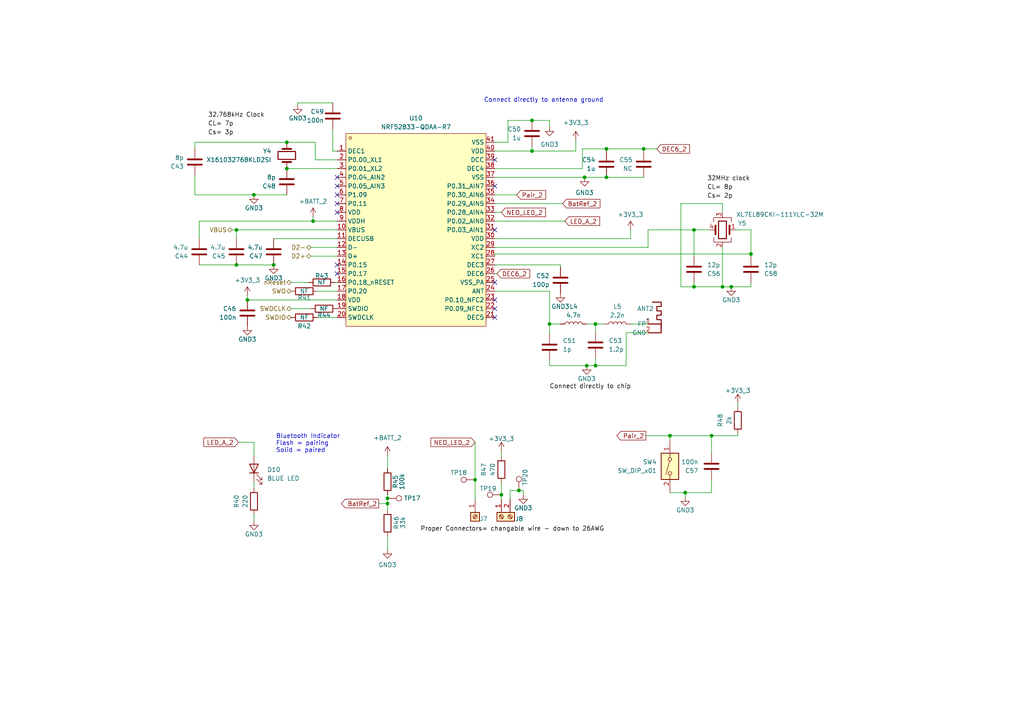
<source format=kicad_sch>
(kicad_sch (version 20230121) (generator eeschema)
  (paper "A4")
  (title_block (title "BLEEarrings (Blade Runner)") (date "2023-10-30") (rev "00.00") (company "Kitty and Dom"))
  (lib_symbols
    (symbol "Connector:Screw_Terminal_01x01" (pin_names (offset 1.016) hide)
      (property "Reference" "J" (at 0 2.54 0))
      (property "Value" "Screw_Terminal_01x01" (at 0 -2.54 0))
      (symbol "Screw_Terminal_01x01_1_1"
        (rectangle (start -1.27 1.27) (end 1.27 -1.27) (stroke (width 0.254)) (fill (type background)))
        (polyline (pts (xy -0.5334 0.3302) (xy 0.3302 -0.508)) (stroke (width 0.1524)))
        (polyline (pts (xy -0.3556 0.508) (xy 0.508 -0.3302)) (stroke (width 0.1524)))
        (circle (center 0 0) (radius 0.635) (stroke (width 0.1524)))
        (pin passive line (at -5.08 0 0) (length 3.81) (name "Pin_1") (number "1"))
      )
    )
    (symbol "Connector:Screw_Terminal_01x02" (pin_names (offset 1.016) hide)
      (property "Reference" "J" (at 0 2.54 0))
      (property "Value" "Screw_Terminal_01x02" (at 0 -5.08 0))
      (symbol "Screw_Terminal_01x02_1_1"
        (rectangle (start -1.27 1.27) (end 1.27 -3.81) (stroke (width 0.254)) (fill (type background)))
        (circle (center 0 -2.54) (radius 0.635) (stroke (width 0.1524)))
        (polyline (pts (xy -0.5334 -2.2098) (xy 0.3302 -3.048)) (stroke (width 0.1524)))
        (polyline (pts (xy -0.5334 0.3302) (xy 0.3302 -0.508)) (stroke (width 0.1524)))
        (polyline (pts (xy -0.3556 -2.032) (xy 0.508 -2.8702)) (stroke (width 0.1524)))
        (polyline (pts (xy -0.3556 0.508) (xy 0.508 -0.3302)) (stroke (width 0.1524)))
        (circle (center 0 0) (radius 0.635) (stroke (width 0.1524)))
        (pin passive line (at -5.08 0 0) (length 3.81) (name "Pin_1") (number "1"))
        (pin passive line (at -5.08 -2.54 0) (length 3.81) (name "Pin_2") (number "2"))
      )
    )
    (symbol "Connector:TestPoint" (pin_numbers hide) (pin_names (offset 0.762) hide)
      (property "Reference" "TP" (at 0 6.858 0))
      (property "Value" "TestPoint" (at 0 5.08 0))
      (symbol "TestPoint_0_1"
        (circle (center 0 3.302) (radius 0.762))
      )
      (symbol "TestPoint_1_1"
        (pin passive line (at 0 0 90) (length 2.54) (name "1") (number "1"))
      )
    )
    (symbol "CustomPWR:+3V3_3" (power) (pin_names (offset 0))
      (property "Value" "+3V3_3" (at 0 3.556 0))
      (symbol "+3V3_3_0_1"
        (polyline (pts (xy -0.762 1.27) (xy 0 2.54)))
        (polyline (pts (xy 0 0) (xy 0 2.54)))
        (polyline (pts (xy 0 2.54) (xy 0.762 1.27)))
      )
      (symbol "+3V3_3_1_1"
        (pin power_in line (at 0 0 90) (length 0) hide (name "+3V3_3") (number "1"))
      )
    )
    (symbol "CustomPWR:+BATT_2" (power) (pin_names (offset 0))
      (property "Value" "+BATT_2" (at 0 3.556 0))
      (symbol "+BATT_2_0_1"
        (polyline (pts (xy -0.762 1.27) (xy 0 2.54)))
        (polyline (pts (xy 0 0) (xy 0 2.54)))
        (polyline (pts (xy 0 2.54) (xy 0.762 1.27)))
      )
      (symbol "+BATT_2_1_1"
        (pin power_in line (at 0 0 90) (length 0) hide (name "+BATT_2") (number "1"))
      )
    )
    (symbol "CustomPads:2.4GHz,_50Ohm_Antenna"
      (property "Reference" "ANT" (at 0 2.286 0))
      (symbol "2.4GHz,_50Ohm_Antenna_1_1"
        (polyline (pts (xy 0 -3.81) (xy 3.81 -3.81) (xy 3.81 -1.27) (xy 0 -1.27)) (stroke (width 0.3)))
        (polyline (pts (xy 1.27 5.08) (xy 3.81 5.08) (xy 3.81 3.81) (xy 2.54 3.81) (xy 2.54 2.54) (xy 3.81 2.54) (xy 3.81 1.27) (xy 2.54 1.27) (xy 2.54 0) (xy 3.81 0) (xy 3.81 -2.54)) (stroke (width 0.3)))
        (pin input line (at 0 -1.27 180) (length 0) (name "FP") (number "1"))
        (pin input line (at 0 -3.81 180) (length 0) (name "GND") (number "2"))
      )
    )
    (symbol "Device:C" (pin_numbers hide) (pin_names (offset 0.254))
      (property "Reference" "C" (at 0.635 2.54 0))
      (property "Value" "C" (at 0.635 -2.54 0))
      (symbol "C_0_1"
        (polyline (pts (xy -2.032 -0.762) (xy 2.032 -0.762)) (stroke (width 0.508)))
        (polyline (pts (xy -2.032 0.762) (xy 2.032 0.762)) (stroke (width 0.508)))
      )
      (symbol "C_1_1"
        (pin passive line (at 0 3.81 270) (length 2.794) (name "~") (number "1"))
        (pin passive line (at 0 -3.81 90) (length 2.794) (name "~") (number "2"))
      )
    )
    (symbol "Device:Crystal" (pin_numbers hide) (pin_names (offset 1.016) hide)
      (property "Reference" "Y" (at 0 3.81 0))
      (property "Value" "Crystal" (at 0 -3.81 0))
      (symbol "Crystal_0_1"
        (rectangle (start -1.143 2.54) (end 1.143 -2.54) (stroke (width 0.3048)))
        (polyline (pts (xy -2.54 0) (xy -1.905 0)))
        (polyline (pts (xy -1.905 -1.27) (xy -1.905 1.27)) (stroke (width 0.508)))
        (polyline (pts (xy 1.905 -1.27) (xy 1.905 1.27)) (stroke (width 0.508)))
        (polyline (pts (xy 2.54 0) (xy 1.905 0)))
      )
      (symbol "Crystal_1_1"
        (pin passive line (at -3.81 0 0) (length 1.27) (name "1") (number "1"))
        (pin passive line (at 3.81 0 180) (length 1.27) (name "2") (number "2"))
      )
    )
    (symbol "Device:Crystal_GND23" (pin_names (offset 1.016) hide)
      (property "Reference" "Y" (at 3.175 5.08 0))
      (property "Value" "Crystal_GND23" (at 3.175 3.175 0))
      (symbol "Crystal_GND23_0_1"
        (rectangle (start -1.143 2.54) (end 1.143 -2.54) (stroke (width 0.3048)))
        (polyline (pts (xy -2.54 0) (xy -2.032 0)))
        (polyline (pts (xy -2.032 -1.27) (xy -2.032 1.27)) (stroke (width 0.508)))
        (polyline (pts (xy 0 -3.81) (xy 0 -3.556)))
        (polyline (pts (xy 0 3.556) (xy 0 3.81)))
        (polyline (pts (xy 2.032 -1.27) (xy 2.032 1.27)) (stroke (width 0.508)))
        (polyline (pts (xy 2.032 0) (xy 2.54 0)))
        (polyline (pts (xy -2.54 -2.286) (xy -2.54 -3.556) (xy 2.54 -3.556) (xy 2.54 -2.286)))
        (polyline (pts (xy -2.54 2.286) (xy -2.54 3.556) (xy 2.54 3.556) (xy 2.54 2.286)))
      )
      (symbol "Crystal_GND23_1_1"
        (pin passive line (at -3.81 0 0) (length 1.27) (name "1") (number "1"))
        (pin passive line (at 0 5.08 270) (length 1.27) (name "2") (number "2"))
        (pin passive line (at 0 -5.08 90) (length 1.27) (name "3") (number "3"))
        (pin passive line (at 3.81 0 180) (length 1.27) (name "4") (number "4"))
      )
    )
    (symbol "Device:L" (pin_numbers hide) (pin_names (offset 1.016) hide)
      (property "Reference" "L" (at -1.27 0 90))
      (property "Value" "L" (at 1.905 0 90))
      (symbol "L_0_1"
        (arc (start 0 -2.54) (mid 0.6323 -1.905) (end 0 -1.27))
        (arc (start 0 -1.27) (mid 0.6323 -0.635) (end 0 0))
        (arc (start 0 0) (mid 0.6323 0.635) (end 0 1.27))
        (arc (start 0 1.27) (mid 0.6323 1.905) (end 0 2.54))
      )
      (symbol "L_1_1"
        (pin passive line (at 0 3.81 270) (length 1.27) (name "1") (number "1"))
        (pin passive line (at 0 -3.81 90) (length 1.27) (name "2") (number "2"))
      )
    )
    (symbol "Device:LED" (pin_numbers hide) (pin_names (offset 1.016) hide)
      (property "Reference" "D" (at 0 2.54 0))
      (property "Value" "LED" (at 0 -2.54 0))
      (symbol "LED_0_1"
        (polyline (pts (xy -1.27 -1.27) (xy -1.27 1.27)) (stroke (width 0.254)))
        (polyline (pts (xy -1.27 0) (xy 1.27 0)))
        (polyline (pts (xy 1.27 -1.27) (xy 1.27 1.27) (xy -1.27 0) (xy 1.27 -1.27)) (stroke (width 0.254)))
        (polyline (pts (xy -3.048 -0.762) (xy -4.572 -2.286) (xy -3.81 -2.286) (xy -4.572 -2.286) (xy -4.572 -1.524)))
        (polyline (pts (xy -1.778 -0.762) (xy -3.302 -2.286) (xy -2.54 -2.286) (xy -3.302 -2.286) (xy -3.302 -1.524)))
      )
      (symbol "LED_1_1"
        (pin passive line (at -3.81 0 0) (length 2.54) (name "K") (number "1"))
        (pin passive line (at 3.81 0 180) (length 2.54) (name "A") (number "2"))
      )
    )
    (symbol "Device:R" (pin_numbers hide) (pin_names (offset 0))
      (property "Reference" "R" (at 2.032 0 90))
      (property "Value" "R" (at 0 0 90))
      (symbol "R_0_1"
        (rectangle (start -1.016 -2.54) (end 1.016 2.54) (stroke (width 0.254)))
      )
      (symbol "R_1_1"
        (pin passive line (at 0 3.81 270) (length 1.27) (name "~") (number "1"))
        (pin passive line (at 0 -3.81 90) (length 1.27) (name "~") (number "2"))
      )
    )
    (symbol "Switch:SW_DIP_x01" (pin_names (offset 0) hide)
      (property "Reference" "SW" (at 0 3.81 0))
      (property "Value" "SW_DIP_x01" (at 0 -3.81 0))
      (symbol "SW_DIP_x01_0_0"
        (circle (center -2.032 0) (radius 0.508))
        (polyline (pts (xy -1.524 0.127) (xy 2.3622 1.1684)))
        (circle (center 2.032 0) (radius 0.508))
      )
      (symbol "SW_DIP_x01_0_1"
        (rectangle (start -3.81 2.54) (end 3.81 -2.54) (stroke (width 0.254)) (fill (type background)))
      )
      (symbol "SW_DIP_x01_1_1"
        (pin passive line (at -7.62 0 0) (length 5.08) (name "~") (number "1"))
        (pin passive line (at 7.62 0 180) (length 5.08) (name "~") (number "2"))
      )
    )
    (symbol "easyeda2kicad:NRF52833-QDAA-R7"
      (property "Reference" "U" (at 0 30.48 0))
      (property "Value" "NRF52833-QDAA-R7" (at 0 -30.48 0))
      (symbol "NRF52833-QDAA-R7_0_1"
        (rectangle (start -20.32 27.94) (end 20.32 -27.94) (fill (type background)))
        (circle (center -19.05 26.67) (radius 0.38))
        (pin unspecified line (at -22.86 22.86 0) (length 2.54) (name "DEC1") (number "1"))
        (pin unspecified line (at -22.86 0 0) (length 2.54) (name "VBUS") (number "10"))
        (pin unspecified line (at -22.86 -2.54 0) (length 2.54) (name "DECUSB") (number "11"))
        (pin unspecified line (at -22.86 -5.08 0) (length 2.54) (name "D-") (number "12"))
        (pin unspecified line (at -22.86 -7.62 0) (length 2.54) (name "D+") (number "13"))
        (pin unspecified line (at -22.86 -10.16 0) (length 2.54) (name "P0.15") (number "14"))
        (pin unspecified line (at -22.86 -12.7 0) (length 2.54) (name "P0.17") (number "15"))
        (pin unspecified line (at -22.86 -15.24 0) (length 2.54) (name "P0.18_nRESET") (number "16"))
        (pin unspecified line (at -22.86 -17.78 0) (length 2.54) (name "P0.20") (number "17"))
        (pin unspecified line (at -22.86 -20.32 0) (length 2.54) (name "VDD") (number "18"))
        (pin unspecified line (at -22.86 -22.86 0) (length 2.54) (name "SWDIO") (number "19"))
        (pin unspecified line (at -22.86 20.32 0) (length 2.54) (name "P0.00_XL1") (number "2"))
        (pin unspecified line (at -22.86 -25.4 0) (length 2.54) (name "SWDCLK") (number "20"))
        (pin unspecified line (at 22.86 -25.4 180) (length 2.54) (name "DEC5") (number "21"))
        (pin unspecified line (at 22.86 -22.86 180) (length 2.54) (name "P0.09_NFC1") (number "22"))
        (pin unspecified line (at 22.86 -20.32 180) (length 2.54) (name "P0.10_NFC2") (number "23"))
        (pin unspecified line (at 22.86 -17.78 180) (length 2.54) (name "ANT") (number "24"))
        (pin unspecified line (at 22.86 -15.24 180) (length 2.54) (name "VSS_PA") (number "25"))
        (pin unspecified line (at 22.86 -12.7 180) (length 2.54) (name "DEC6") (number "26"))
        (pin unspecified line (at 22.86 -10.16 180) (length 2.54) (name "DEC3") (number "27"))
        (pin unspecified line (at 22.86 -7.62 180) (length 2.54) (name "XC1") (number "28"))
        (pin unspecified line (at 22.86 -5.08 180) (length 2.54) (name "XC2") (number "29"))
        (pin unspecified line (at -22.86 17.78 0) (length 2.54) (name "P0.01_XL2") (number "3"))
        (pin unspecified line (at 22.86 -2.54 180) (length 2.54) (name "VDD") (number "30"))
        (pin unspecified line (at 22.86 0 180) (length 2.54) (name "P0.03_AIN1") (number "31"))
        (pin unspecified line (at 22.86 2.54 180) (length 2.54) (name "P0.02_AIN0") (number "32"))
        (pin unspecified line (at 22.86 5.08 180) (length 2.54) (name "P0.28_AIN4") (number "33"))
        (pin unspecified line (at 22.86 7.62 180) (length 2.54) (name "P0.29_AIN5") (number "34"))
        (pin unspecified line (at 22.86 10.16 180) (length 2.54) (name "P0.30_AIN6") (number "35"))
        (pin unspecified line (at 22.86 12.7 180) (length 2.54) (name "P0.31_AIN7") (number "36"))
        (pin unspecified line (at 22.86 15.24 180) (length 2.54) (name "VSS") (number "37"))
        (pin unspecified line (at 22.86 17.78 180) (length 2.54) (name "DEC4") (number "38"))
        (pin unspecified line (at 22.86 20.32 180) (length 2.54) (name "DCC") (number "39"))
        (pin unspecified line (at -22.86 15.24 0) (length 2.54) (name "P0.04_AIN2") (number "4"))
        (pin unspecified line (at 22.86 22.86 180) (length 2.54) (name "VDD") (number "40"))
        (pin unspecified line (at 22.86 25.4 180) (length 2.54) (name "VSS") (number "41"))
        (pin unspecified line (at -22.86 12.7 0) (length 2.54) (name "P0.05_AIN3") (number "5"))
        (pin unspecified line (at -22.86 10.16 0) (length 2.54) (name "P1.09") (number "6"))
        (pin unspecified line (at -22.86 7.62 0) (length 2.54) (name "P0.11") (number "7"))
        (pin unspecified line (at -22.86 5.08 0) (length 2.54) (name "VDD") (number "8"))
        (pin unspecified line (at -22.86 2.54 0) (length 2.54) (name "VDDH") (number "9"))
      )
    )
    (symbol "power:GND3" (power) (pin_names (offset 0))
      (property "Value" "GND3" (at 0 -3.81 0))
      (symbol "GND3_0_1"
        (polyline (pts (xy 0 0) (xy 0 -1.27) (xy 1.27 -1.27) (xy 0 -2.54) (xy -1.27 -1.27) (xy 0 -1.27)))
      )
      (symbol "GND3_1_1"
        (pin power_in line (at 0 0 270) (length 0) hide (name "GND3") (number "1"))
      )
    )
  )
  (junction (at 83.185 41.275))
  (junction (at 186.69 43.18))
  (junction (at 172.72 93.98))
  (junction (at 73.66 56.515))
  (junction (at 172.72 106.045))
  (junction (at 212.09 83.185))
  (junction (at 154.305 34.925))
  (junction (at 217.805 73.66))
  (junction (at 71.755 86.995))
  (junction (at 68.58 76.835))
  (junction (at 112.395 144.526))
  (junction (at 150.495 142.2654))
  (junction (at 175.895 51.435))
  (junction (at 206.375 126.365))
  (junction (at 209.55 83.185))
  (junction (at 175.895 43.18))
  (junction (at 90.805 64.135))
  (junction (at 194.31 126.365))
  (junction (at 198.755 142.875))
  (junction (at 137.795 139.1412))
  (junction (at 112.395 146.05))
  (junction (at 154.305 43.815))
  (junction (at 159.385 93.98))
  (junction (at 169.545 51.435))
  (junction (at 170.18 106.045))
  (junction (at 201.295 66.675))
  (junction (at 145.415 143.51))
  (junction (at 79.375 76.835))
  (junction (at 83.185 48.895))
  (junction (at 68.58 66.675))
  (junction (at 201.295 83.185))
  (no_connect (at 97.79 53.975))
  (no_connect (at 97.79 76.835))
  (no_connect (at 143.51 89.535))
  (no_connect (at 97.79 61.595))
  (no_connect (at 97.79 59.055))
  (no_connect (at 143.51 86.995))
  (no_connect (at 143.51 66.675))
  (no_connect (at 143.51 53.975))
  (no_connect (at 97.79 79.375))
  (no_connect (at 97.79 56.515))
  (no_connect (at 143.51 92.075))
  (no_connect (at 97.79 51.435))
  (no_connect (at 143.51 46.355))
  (no_connect (at 143.51 81.915))
  (wire (pts (xy 213.36 66.675) (xy 217.805 66.675)))
  (wire (pts (xy 84.455 81.915) (xy 89.535 81.915)))
  (wire (pts (xy 90.17 74.295) (xy 97.79 74.295)))
  (wire (pts (xy 201.295 66.675) (xy 201.295 74.295)))
  (wire (pts (xy 172.72 93.98) (xy 175.26 93.98)))
  (wire (pts (xy 217.805 73.66) (xy 217.805 66.675)))
  (wire (pts (xy 154.305 43.815) (xy 154.305 42.545)))
  (wire (pts (xy 92.075 84.455) (xy 97.79 84.455)))
  (wire (pts (xy 143.51 79.375) (xy 144.145 79.375)))
  (wire (pts (xy 175.895 43.18) (xy 186.69 43.18)))
  (wire (pts (xy 145.415 61.595) (xy 143.51 61.595)))
  (wire (pts (xy 56.515 41.275) (xy 56.515 43.18)))
  (wire (pts (xy 182.88 66.675) (xy 182.88 69.215)))
  (wire (pts (xy 84.455 89.535) (xy 90.17 89.535)))
  (wire (pts (xy 154.305 34.925) (xy 147.32 34.925)))
  (wire (pts (xy 159.385 106.045) (xy 170.18 106.045)))
  (wire (pts (xy 96.52 43.815) (xy 97.79 43.815)))
  (wire (pts (xy 213.995 125.73) (xy 213.995 126.365)))
  (wire (pts (xy 182.88 93.98) (xy 187.96 93.98)))
  (wire (pts (xy 91.44 41.275) (xy 83.185 41.275)))
  (wire (pts (xy 97.79 66.675) (xy 68.58 66.675)))
  (wire (pts (xy 186.69 43.18) (xy 190.5 43.18)))
  (wire (pts (xy 91.44 41.275) (xy 91.44 46.355)))
  (wire (pts (xy 162.56 76.835) (xy 162.56 77.47)))
  (wire (pts (xy 57.785 64.135) (xy 90.805 64.135)))
  (wire (pts (xy 206.375 142.875) (xy 198.755 142.875)))
  (wire (pts (xy 112.395 144.526) (xy 112.395 146.05)))
  (wire (pts (xy 79.375 69.215) (xy 97.79 69.215)))
  (wire (pts (xy 187.325 126.365) (xy 194.31 126.365)))
  (wire (pts (xy 162.56 76.835) (xy 143.51 76.835)))
  (wire (pts (xy 71.755 86.995) (xy 71.755 85.725)))
  (wire (pts (xy 206.375 139.065) (xy 206.375 142.875)))
  (wire (pts (xy 112.395 143.51) (xy 112.395 144.526)))
  (wire (pts (xy 159.385 34.925) (xy 154.305 34.925)))
  (wire (pts (xy 145.415 130.81) (xy 145.415 132.3848)))
  (wire (pts (xy 57.785 69.215) (xy 57.785 64.135)))
  (wire (pts (xy 217.805 83.185) (xy 217.805 81.915)))
  (wire (pts (xy 167.005 40.64) (xy 167.005 43.815)))
  (wire (pts (xy 197.485 83.185) (xy 201.295 83.185)))
  (wire (pts (xy 212.09 83.185) (xy 217.805 83.185)))
  (wire (pts (xy 56.515 41.275) (xy 83.185 41.275)))
  (wire (pts (xy 90.805 62.865) (xy 90.805 64.135)))
  (wire (pts (xy 212.09 83.185) (xy 209.55 83.185)))
  (wire (pts (xy 137.795 139.1412) (xy 137.795 144.8054)))
  (wire (pts (xy 73.66 139.7) (xy 73.66 141.605)))
  (wire (pts (xy 198.755 142.875) (xy 198.755 144.145)))
  (wire (pts (xy 159.385 36.83) (xy 159.385 34.925)))
  (wire (pts (xy 167.005 43.815) (xy 154.305 43.815)))
  (wire (pts (xy 213.995 116.84) (xy 213.995 118.11)))
  (wire (pts (xy 112.395 132.08) (xy 112.395 135.89)))
  (wire (pts (xy 83.185 56.515) (xy 73.66 56.515)))
  (wire (pts (xy 197.485 59.055) (xy 197.485 83.185)))
  (wire (pts (xy 181.61 96.52) (xy 187.96 96.52)))
  (wire (pts (xy 57.785 76.835) (xy 68.58 76.835)))
  (wire (pts (xy 109.855 146.05) (xy 112.395 146.05)))
  (wire (pts (xy 159.385 84.455) (xy 159.385 93.98)))
  (wire (pts (xy 209.55 59.055) (xy 197.485 59.055)))
  (wire (pts (xy 143.51 56.515) (xy 149.86 56.515)))
  (wire (pts (xy 143.51 51.435) (xy 169.545 51.435)))
  (wire (pts (xy 69.215 128.27) (xy 73.66 128.27)))
  (wire (pts (xy 175.895 43.815) (xy 175.895 43.18)))
  (wire (pts (xy 187.96 66.675) (xy 187.96 71.755)))
  (wire (pts (xy 169.545 51.435) (xy 175.895 51.435)))
  (wire (pts (xy 198.755 142.875) (xy 194.31 142.875)))
  (wire (pts (xy 145.415 143.51) (xy 145.415 144.8054)))
  (wire (pts (xy 90.805 64.135) (xy 97.79 64.135)))
  (wire (pts (xy 209.55 71.755) (xy 209.55 83.185)))
  (wire (pts (xy 159.385 93.98) (xy 162.56 93.98)))
  (wire (pts (xy 159.385 93.98) (xy 159.385 96.901)))
  (wire (pts (xy 83.185 48.895) (xy 97.79 48.895)))
  (wire (pts (xy 86.36 29.845) (xy 96.52 29.845)))
  (wire (pts (xy 186.69 43.18) (xy 186.69 43.815)))
  (wire (pts (xy 67.31 66.675) (xy 68.58 66.675)))
  (wire (pts (xy 170.18 106.045) (xy 172.72 106.045)))
  (wire (pts (xy 187.96 71.755) (xy 143.51 71.755)))
  (wire (pts (xy 187.96 66.675) (xy 201.295 66.675)))
  (wire (pts (xy 143.51 84.455) (xy 159.385 84.455)))
  (wire (pts (xy 175.895 51.435) (xy 186.69 51.435)))
  (wire (pts (xy 71.755 86.995) (xy 97.79 86.995)))
  (wire (pts (xy 217.805 73.66) (xy 217.805 74.295)))
  (wire (pts (xy 143.51 73.66) (xy 217.805 73.66)))
  (wire (pts (xy 206.375 126.365) (xy 213.995 126.365)))
  (wire (pts (xy 201.295 81.915) (xy 201.295 83.185)))
  (wire (pts (xy 91.44 46.355) (xy 97.79 46.355)))
  (wire (pts (xy 143.51 48.895) (xy 168.91 48.895)))
  (wire (pts (xy 168.91 43.18) (xy 168.91 48.895)))
  (wire (pts (xy 68.58 66.675) (xy 68.58 69.215)))
  (wire (pts (xy 143.51 43.815) (xy 154.305 43.815)))
  (wire (pts (xy 145.415 140.0048) (xy 145.415 143.51)))
  (wire (pts (xy 73.66 149.225) (xy 73.66 151.13)))
  (wire (pts (xy 56.515 56.515) (xy 56.515 50.8)))
  (wire (pts (xy 172.72 93.98) (xy 172.72 96.266)))
  (wire (pts (xy 143.51 59.055) (xy 163.195 59.055)))
  (wire (pts (xy 147.32 34.925) (xy 147.32 41.275)))
  (wire (pts (xy 194.31 127.635) (xy 194.31 126.365)))
  (wire (pts (xy 150.495 142.2654) (xy 151.765 142.2654)))
  (wire (pts (xy 68.58 76.835) (xy 79.375 76.835)))
  (wire (pts (xy 147.955 144.8054) (xy 147.955 142.2654)))
  (wire (pts (xy 96.52 43.815) (xy 96.52 37.465)))
  (wire (pts (xy 97.155 81.915) (xy 97.79 81.915)))
  (wire (pts (xy 112.395 155.575) (xy 112.395 159.385)))
  (wire (pts (xy 147.955 142.2654) (xy 150.495 142.2654)))
  (wire (pts (xy 172.72 103.886) (xy 172.72 106.045)))
  (wire (pts (xy 137.795 128.2954) (xy 137.795 139.1412)))
  (wire (pts (xy 206.375 131.445) (xy 206.375 126.365)))
  (wire (pts (xy 73.66 128.27) (xy 73.66 132.08)))
  (wire (pts (xy 201.295 83.185) (xy 209.55 83.185)))
  (wire (pts (xy 201.295 66.675) (xy 205.74 66.675)))
  (wire (pts (xy 181.61 106.045) (xy 172.72 106.045)))
  (wire (pts (xy 209.55 61.595) (xy 209.55 59.055)))
  (wire (pts (xy 170.18 93.98) (xy 172.72 93.98)))
  (wire (pts (xy 90.17 71.755) (xy 97.79 71.755)))
  (wire (pts (xy 159.385 104.521) (xy 159.385 106.045)))
  (wire (pts (xy 143.51 73.66) (xy 143.51 74.295)))
  (wire (pts (xy 151.765 142.2654) (xy 151.765 143.5354)))
  (wire (pts (xy 92.075 92.075) (xy 97.79 92.075)))
  (wire (pts (xy 163.83 64.135) (xy 143.51 64.135)))
  (wire (pts (xy 175.895 43.18) (xy 168.91 43.18)))
  (wire (pts (xy 194.31 126.365) (xy 206.375 126.365)))
  (wire (pts (xy 143.51 69.215) (xy 182.88 69.215)))
  (wire (pts (xy 112.395 146.05) (xy 112.395 147.955)))
  (wire (pts (xy 86.36 30.48) (xy 86.36 29.845)))
  (wire (pts (xy 73.66 56.515) (xy 56.515 56.515)))
  (wire (pts (xy 181.61 96.52) (xy 181.61 106.045)))
  (wire (pts (xy 147.32 41.275) (xy 143.51 41.275)))
  (text "Connect directly to antenna ground" (at 140.335 29.845 0) (effects (font (size 1.27 1.27)) (justify left bottom)))
  (text "Bluetooth Indicator\nFlash = pairing\nSolid = paired" (at 80.01 131.445 0) (effects (font (size 1.27 1.27)) (justify left bottom)))
  (label "32MHz clock" (at 205.105 52.705 0))
  (label "Connect directly to chip" (at 159.385 113.03 0))
  (label "Cs= 3p" (at 60.325 39.37 0))
  (label "Cs= 2p" (at 205.105 57.785 0))
  (label "32.768kHz Clock" (at 60.325 34.29 0))
  (label "CL= 8p" (at 205.105 55.245 0))
  (label "CL= 7p" (at 60.325 36.83 0))
  (label "Proper Connectors= changable wire - down to 26AWG" (at 121.92 154.3304 0))
  (global_label "NEO_LED_2" (shape input) (at 137.795 128.2954 180) (property "Intersheetrefs" "${INTERSHEET_REFS}" (effects hide)))
  (global_label "BatRef_2" (shape output) (at 109.855 146.05 180) (property "Intersheetrefs" "${INTERSHEET_REFS}" (effects hide)))
  (global_label "NEO_LED_2" (shape input) (at 145.415 61.595 0) (property "Intersheetrefs" "${INTERSHEET_REFS}" (effects hide)))
  (global_label "LED_A_2" (shape input) (at 69.215 128.27 180) (property "Intersheetrefs" "${INTERSHEET_REFS}" (effects hide)))
  (global_label "DEC6_2" (shape input) (at 144.145 79.375 0) (property "Intersheetrefs" "${INTERSHEET_REFS}" (effects hide)))
  (global_label "DEC6_2" (shape input) (at 190.5 43.18 0) (property "Intersheetrefs" "${INTERSHEET_REFS}" (effects hide)))
  (global_label "LED_A_2" (shape input) (at 163.83 64.135 0) (property "Intersheetrefs" "${INTERSHEET_REFS}" (effects hide)))
  (global_label "Pair_2" (shape input) (at 149.86 56.515 0) (property "Intersheetrefs" "${INTERSHEET_REFS}" (effects hide)))
  (global_label "Pair_2" (shape output) (at 187.325 126.365 180) (property "Intersheetrefs" "${INTERSHEET_REFS}" (effects hide)))
  (global_label "BatRef_2" (shape input) (at 163.195 59.055 0) (property "Intersheetrefs" "${INTERSHEET_REFS}" (effects hide)))
  (hierarchical_label "SWDCLK" (shape bidirectional) (at 84.455 89.535 180))
  (hierarchical_label "SWDIO" (shape bidirectional) (at 84.455 92.075 180))
  (hierarchical_label "D2+" (shape bidirectional) (at 90.17 74.295 180))
  (hierarchical_label "VBUS" (shape bidirectional) (at 67.31 66.675 180))
  (hierarchical_label "nReset" (shape bidirectional) (at 84.455 81.915 180))
  (hierarchical_label "SWO" (shape bidirectional) (at 84.455 84.455 180))
  (hierarchical_label "D2-" (shape bidirectional) (at 90.17 71.755 180))
  (symbol (lib_id "Switch:SW_DIP_x01") (at 194.31 135.255 90) (mirror x) (unit 1)
    (property "Reference" "SW4" (at 190.5 133.985 90) (effects (justify left)))
    (property "Value" "SW_DIP_x01" (at 190.5 136.525 90) (effects (justify left)))
    (property "Footprint" "easyeda2kicad:KEY-SMD_L3.0-W2.5-LS4.0" (effects hide))
    (property "LCSC Part" "C2905194" (effects hide))
    (instances (project "Combine" (path "" (reference "SW4") (unit 1))) (project "BLEEarrings" (path "" (reference "SW2") (unit 1))))
  )
  (symbol (lib_id "Device:C") (at 79.375 73.025 180) (unit 1)
    (property "Reference" "C47" (at 76.2 74.295 0) (effects (justify left)))
    (property "Value" "4.7u" (at 76.2 71.755 0) (effects (justify left)))
    (property "Footprint" "Capacitor_SMD:C_0402_1005Metric_Pad0.74x0.62mm_HandSolder" (effects hide))
    (property "LCSC Part" "C307423" (effects hide))
    (instances (project "Combine" (path "" (reference "C47") (unit 1))) (project "BLEEarrings" (path "" (reference "C9") (unit 1))))
  )
  (symbol (lib_id "CustomPWR:+BATT_2") (at 112.395 132.08 0) (unit 1)
    (property "Reference" "#PWR0148" (effects hide))
    (property "Value" "+BATT_2" (at 112.395 127 0))
    (instances (project "Combine" (path "" (reference "#PWR0148") (unit 1))) (project "BLEEarrings" (path "" (reference "#PWR026") (unit 1))))
  )
  (symbol (lib_id "Device:R") (at 88.265 84.455 270) (unit 1)
    (property "Reference" "R41" (at 88.265 86.36 90))
    (property "Value" "NF" (at 88.265 84.455 90))
    (property "Footprint" "Resistor_SMD:R_0201_0603Metric" (effects hide))
    (property "LCSC Part" "N/A" (effects hide))
    (instances (project "Combine" (path "" (reference "R41") (unit 1))) (project "BLEEarrings" (path "" (reference "R6") (unit 1))))
  )
  (symbol (lib_id "power:GND3") (at 71.755 94.615 0) (unit 1)
    (property "Reference" "#PWR0146" (effects hide))
    (property "Value" "GND3" (at 71.755 98.425 0))
    (instances (project "Combine" (path "" (reference "#PWR0146") (unit 1))) (project "BLEEarrings" (path "" (reference "#PWR?") (unit 1))))
  )
  (symbol (lib_id "Device:C") (at 57.785 73.025 180) (unit 1)
    (property "Reference" "C44" (at 54.61 74.295 0) (effects (justify left)))
    (property "Value" "4.7u" (at 54.61 71.755 0) (effects (justify left)))
    (property "Footprint" "Capacitor_SMD:C_0402_1005Metric_Pad0.74x0.62mm_HandSolder" (effects hide))
    (property "LCSC Part" "C307423" (effects hide))
    (instances (project "Combine" (path "" (reference "C44") (unit 1))) (project "BLEEarrings" (path "" (reference "C12") (unit 1))))
  )
  (symbol (lib_id "Device:R") (at 93.345 81.915 90) (unit 1)
    (property "Reference" "R43" (at 93.345 80.01 90))
    (property "Value" "NF" (at 93.345 81.915 90))
    (property "Footprint" "Resistor_SMD:R_0201_0603Metric" (effects hide))
    (property "LCSC Part" "N/A" (effects hide))
    (instances (project "Combine" (path "" (reference "R43") (unit 1))) (project "BLEEarrings" (path "" (reference "R5") (unit 1))))
  )
  (symbol (lib_id "power:GND3") (at 151.765 143.5354 0) (unit 1)
    (property "Reference" "#PWR0150" (effects hide))
    (property "Value" "GND3" (at 151.765 147.3454 0))
    (instances (project "Combine" (path "" (reference "#PWR0150") (unit 1))) (project "BLEEarrings" (path "" (reference "#PWR?") (unit 1))))
  )
  (symbol (lib_id "power:GND3") (at 112.395 159.385 0) (unit 1)
    (property "Reference" "#PWR0149" (effects hide))
    (property "Value" "GND3" (at 112.395 163.83 0))
    (instances (project "Combine" (path "" (reference "#PWR0149") (unit 1))) (project "BLEEarrings" (path "" (reference "#PWR?") (unit 1))))
  )
  (symbol (lib_id "CustomPWR:+3V3_3") (at 213.995 116.84 0) (unit 1)
    (property "Reference" "#PWR0147" (effects hide))
    (property "Value" "+3V3_3" (at 213.995 113.284 0))
    (instances (project "Combine" (path "" (reference "#PWR0147") (unit 1))) (project "BLEEarrings" (path "" (reference "#PWR014") (unit 1))))
  )
  (symbol (lib_id "Device:R") (at 145.415 136.1948 180) (unit 1)
    (property "Reference" "R47" (at 140.335 136.1948 90))
    (property "Value" "470" (at 142.875 136.1948 90))
    (property "Footprint" "Resistor_SMD:R_0402_1005Metric_Pad0.72x0.64mm_HandSolder" (effects hide))
    (property "LCSC Part" "C114949 " (effects hide))
    (instances (project "Combine" (path "" (reference "R47") (unit 1))) (project "BLEEarrings" (path "" (reference "R9") (unit 1))))
  )
  (symbol (lib_id "Device:C") (at 68.58 73.025 180) (unit 1)
    (property "Reference" "C45" (at 65.405 74.295 0) (effects (justify left)))
    (property "Value" "4.7u" (at 65.405 71.755 0) (effects (justify left)))
    (property "Footprint" "Capacitor_SMD:C_0402_1005Metric_Pad0.74x0.62mm_HandSolder" (effects hide))
    (property "LCSC Part" "C307423" (effects hide))
    (instances (project "Combine" (path "" (reference "C45") (unit 1))) (project "BLEEarrings" (path "" (reference "C10") (unit 1))))
  )
  (symbol (lib_id "Connector:Screw_Terminal_01x02") (at 145.415 149.8854 90) (mirror x) (unit 1)
    (property "Reference" "J8" (at 151.765 150.495 90) (effects (justify left)))
    (property "Value" "Screw_Terminal_01x02" (effects hide))
    (property "Footprint" "easyeda2kicad:CONN-SMD_2059-302" (effects hide))
    (property "LCSC Part" "C2765060" (effects hide))
    (instances (project "Combine" (path "" (reference "J8") (unit 1))) (project "BLEEarrings" (path "" (reference "J2") (unit 1))))
  )
  (symbol (lib_id "power:GND3") (at 170.18 106.045 0) (unit 1)
    (property "Reference" "#PWR0139" (effects hide))
    (property "Value" "GND3" (at 170.18 109.855 0))
    (instances (project "Combine" (path "" (reference "#PWR0139") (unit 1))) (project "BLEEarrings" (path "" (reference "#PWR?") (unit 1))))
  )
  (symbol (lib_id "Device:C") (at 71.755 90.805 0) (unit 1)
    (property "Reference" "C46" (at 68.58 89.535 0) (effects (justify right)))
    (property "Value" "100n" (at 68.58 92.075 0) (effects (justify right)))
    (property "Footprint" "Capacitor_SMD:C_0402_1005Metric_Pad0.74x0.62mm_HandSolder" (effects hide))
    (property "LCSC Part" "C60474" (effects hide))
    (instances (project "Combine" (path "" (reference "C46") (unit 1))) (project "BLEEarrings" (path "" (reference "C6") (unit 1))))
  )
  (symbol (lib_id "power:GND3") (at 79.375 76.835 0) (unit 1)
    (property "Reference" "#PWR0133" (effects hide))
    (property "Value" "GND3" (at 79.375 80.645 0))
    (instances (project "Combine" (path "" (reference "#PWR0133") (unit 1))) (project "BLEEarrings" (path "" (reference "#PWR?") (unit 1))))
  )
  (symbol (lib_id "power:GND3") (at 198.755 144.145 0) (unit 1)
    (property "Reference" "#PWR0141" (effects hide))
    (property "Value" "GND3" (at 198.755 147.955 0))
    (instances (project "Combine" (path "" (reference "#PWR0141") (unit 1))) (project "BLEEarrings" (path "" (reference "#PWR?") (unit 1))))
  )
  (symbol (lib_id "Device:L") (at 179.07 93.98 90) (unit 1)
    (property "Reference" "L5" (at 179.07 88.9 90))
    (property "Value" "2.2n" (at 179.07 91.44 90))
    (property "Footprint" "Inductor_SMD:L_0402_1005Metric_Pad0.77x0.64mm_HandSolder" (effects hide))
    (property "LCSC Part" "C395061 " (effects hide))
    (instances (project "Combine" (path "" (reference "L5") (unit 1))) (project "BLEEarrings" (path "" (reference "L2") (unit 1))))
  )
  (symbol (lib_id "power:GND3") (at 169.545 51.435 0) (unit 1)
    (property "Reference" "#PWR0136" (effects hide))
    (property "Value" "GND3" (at 169.545 55.88 0))
    (instances (project "Combine" (path "" (reference "#PWR0136") (unit 1))) (project "BLEEarrings" (path "" (reference "#PWR?") (unit 1))))
  )
  (symbol (lib_id "power:GND3") (at 212.09 83.185 0) (mirror y) (unit 1)
    (property "Reference" "#PWR0142" (effects hide))
    (property "Value" "GND3" (at 212.09 86.995 0))
    (instances (project "Combine" (path "" (reference "#PWR0142") (unit 1))) (project "BLEEarrings" (path "" (reference "#PWR?") (unit 1))))
  )
  (symbol (lib_id "CustomPads:2.4GHz,_50Ohm_Antenna") (at 187.96 92.71 0) (unit 1)
    (property "Reference" "ANT2" (at 184.785 89.535 0) (effects (justify left)))
    (property "Value" "~" (at 187.96 92.71 0))
    (property "Footprint" "RF_Antenna:Texas_SWRA117D_2.4GHz_Left" (effects hide))
    (property "LCSC Part" "N/A" (effects hide))
    (instances (project "Combine" (path "" (reference "ANT2") (unit 1))) (project "BLEEarrings" (path "" (reference "ANT1") (unit 1))))
  )
  (symbol (lib_id "CustomPWR:+3V3_3") (at 71.755 85.725 0) (unit 1)
    (property "Reference" "#PWR0152" (effects hide))
    (property "Value" "+3V3_3" (at 71.755 81.28 0))
    (instances (project "Combine" (path "" (reference "#PWR0152") (unit 1))) (project "BLEEarrings" (path "" (reference "#PWR07") (unit 1))))
  )
  (symbol (lib_id "Device:C") (at 154.305 38.735 0) (unit 1)
    (property "Reference" "C50" (at 151.13 37.465 0) (effects (justify right)))
    (property "Value" "1u" (at 151.13 40.005 0) (effects (justify right)))
    (property "Footprint" "Capacitor_SMD:C_0402_1005Metric_Pad0.74x0.62mm_HandSolder" (effects hide))
    (property "LCSC Part" "C14445" (effects hide))
    (instances (project "Combine" (path "" (reference "C50") (unit 1))) (project "BLEEarrings" (path "" (reference "C1") (unit 1))))
  )
  (symbol (lib_id "Device:C") (at 162.56 81.28 0) (unit 1)
    (property "Reference" "C52" (at 159.385 80.01 0) (effects (justify right)))
    (property "Value" "100p" (at 159.385 82.55 0) (effects (justify right)))
    (property "Footprint" "Capacitor_SMD:C_0402_1005Metric_Pad0.74x0.62mm_HandSolder" (effects hide))
    (property "LCSC Part" "C5137573" (effects hide))
    (instances (project "Combine" (path "" (reference "C52") (unit 1))) (project "BLEEarrings" (path "" (reference "C11") (unit 1))))
  )
  (symbol (lib_id "easyeda2kicad:NRF52833-QDAA-R7") (at 120.65 66.675 0) (unit 1)
    (property "Reference" "U10" (at 120.65 34.29 0))
    (property "Value" "NRF52833-QDAA-R7" (at 120.65 36.83 0))
    (property "Footprint" "easyeda2kicad:QFN-40_L5.0-W5.0-P0.40-TL-EP3.6" (effects hide))
    (property "LCSC Part" "C3007767" (effects hide))
    (instances (project "Combine" (path "" (reference "U10") (unit 1))) (project "BLEEarrings" (path "" (reference "U3") (unit 1))))
  )
  (symbol (lib_id "Device:C") (at 201.295 78.105 0) (mirror x) (unit 1)
    (property "Reference" "C56" (at 205.105 79.375 0) (effects (justify left)))
    (property "Value" "12p" (at 205.105 76.835 0) (effects (justify left)))
    (property "Footprint" "Capacitor_SMD:C_0402_1005Metric_Pad0.74x0.62mm_HandSolder" (effects hide))
    (property "LCSC Part" "C696888 " (effects hide))
    (instances (project "Combine" (path "" (reference "C56") (unit 1))) (project "BLEEarrings" (path "" (reference "C4") (unit 1))))
  )
  (symbol (lib_id "Device:R") (at 112.395 139.7 180) (unit 1)
    (property "Reference" "R45" (at 114.681 139.7 90))
    (property "Value" "100k" (at 116.586 139.7 90))
    (property "Footprint" "Resistor_SMD:R_0402_1005Metric_Pad0.72x0.64mm_HandSolder" (effects hide))
    (property "LCSC Part" "C60491" (effects hide))
    (instances (project "Combine" (path "" (reference "R45") (unit 1))) (project "BLEEarrings" (path "" (reference "R13") (unit 1))))
  )
  (symbol (lib_id "Device:C") (at 186.69 47.625 0) (unit 1)
    (property "Reference" "C55" (at 183.515 46.355 0) (effects (justify right)))
    (property "Value" "NC" (at 183.515 48.895 0) (effects (justify right)))
    (property "Footprint" "Capacitor_SMD:C_0402_1005Metric_Pad0.74x0.62mm_HandSolder" (effects hide))
    (property "LCSC Part" "N/A" (effects hide))
    (instances (project "Combine" (path "" (reference "C55") (unit 1))) (project "BLEEarrings" (path "" (reference "C17") (unit 1))))
  )
  (symbol (lib_id "CustomPWR:+BATT_2") (at 90.805 62.865 0) (unit 1)
    (property "Reference" "#PWR0143" (effects hide))
    (property "Value" "+BATT_2" (at 90.805 58.42 0))
    (instances (project "Combine" (path "" (reference "#PWR0143") (unit 1))) (project "BLEEarrings" (path "" (reference "#PWR05") (unit 1))))
  )
  (symbol (lib_id "CustomPWR:+3V3_3") (at 167.005 40.64 0) (unit 1)
    (property "Reference" "#PWR0134" (effects hide))
    (property "Value" "+3V3_3" (at 167.005 35.56 0))
    (instances (project "Combine" (path "" (reference "#PWR0134") (unit 1))) (project "BLEEarrings" (path "" (reference "#PWR017") (unit 1))))
  )
  (symbol (lib_id "Device:C") (at 83.185 52.705 180) (unit 1)
    (property "Reference" "C48" (at 80.01 53.975 0) (effects (justify left)))
    (property "Value" "8p" (at 80.01 51.435 0) (effects (justify left)))
    (property "Footprint" "Capacitor_SMD:C_0402_1005Metric_Pad0.74x0.62mm_HandSolder" (effects hide))
    (property "LCSC Part" "C5448809" (effects hide))
    (instances (project "Combine" (path "" (reference "C48") (unit 1))) (project "BLEEarrings" (path "" (reference "C15") (unit 1))))
  )
  (symbol (lib_id "CustomPWR:+3V3_3") (at 182.88 66.675 0) (unit 1)
    (property "Reference" "#PWR0140" (effects hide))
    (property "Value" "+3V3_3" (at 182.88 62.23 0))
    (instances (project "Combine" (path "" (reference "#PWR0140") (unit 1))) (project "BLEEarrings" (path "" (reference "#PWR019") (unit 1))))
  )
  (symbol (lib_id "Device:C") (at 96.52 33.655 0) (unit 1)
    (property "Reference" "C49" (at 93.98 32.385 0) (effects (justify right)))
    (property "Value" "100n" (at 93.98 34.925 0) (effects (justify right)))
    (property "Footprint" "Capacitor_SMD:C_0402_1005Metric_Pad0.74x0.62mm_HandSolder" (effects hide))
    (property "LCSC Part" "C60474" (effects hide))
    (instances (project "Combine" (path "" (reference "C49") (unit 1))) (project "BLEEarrings" (path "" (reference "C2") (unit 1))))
  )
  (symbol (lib_id "Device:Crystal_GND23") (at 209.55 66.675 180) (unit 1)
    (property "Reference" "Y5" (at 215.265 64.77 0))
    (property "Value" "XL7EL89CKI-111YLC-32M " (at 226.695 62.23 0))
    (property "Footprint" "easyeda2kicad:CRYSTAL-SMD_4P-L2.0-W1.6-BL" (effects hide))
    (property "LCSC Part" "C2965582" (effects hide))
    (instances (project "Combine" (path "" (reference "Y5") (unit 1))) (project "BLEEarrings" (path "" (reference "Y1") (unit 1))))
  )
  (symbol (lib_id "Connector:TestPoint") (at 150.495 142.2654 0) (unit 1)
    (property "Reference" "TP20" (at 152.2984 138.43 90))
    (property "Value" "TestPoint" (effects hide))
    (property "Footprint" "TestPoint:TestPoint_Pad_D2.0mm" (effects hide))
    (property "LCSC Part" "N/A" (effects hide))
    (instances (project "Combine" (path "" (reference "TP20") (unit 1))) (project "BLEEarrings" (path "" (reference "TP16") (unit 1))))
  )
  (symbol (lib_id "Device:C") (at 175.895 47.625 0) (unit 1)
    (property "Reference" "C54" (at 172.72 46.355 0) (effects (justify right)))
    (property "Value" "1u" (at 172.72 48.895 0) (effects (justify right)))
    (property "Footprint" "Capacitor_SMD:C_0402_1005Metric_Pad0.74x0.62mm_HandSolder" (effects hide))
    (property "LCSC Part" "C14445" (effects hide))
    (instances (project "Combine" (path "" (reference "C54") (unit 1))) (project "BLEEarrings" (path "" (reference "C7") (unit 1))))
  )
  (symbol (lib_id "Connector:TestPoint") (at 145.415 143.51 90) (unit 1)
    (property "Reference" "TP19" (at 141.5796 141.7066 90))
    (property "Value" "TestPoint" (effects hide))
    (property "Footprint" "TestPoint:TestPoint_Pad_D1.0mm" (effects hide))
    (property "LCSC Part" "N/A" (effects hide))
    (instances (project "Combine" (path "" (reference "TP19") (unit 1))) (project "BLEEarrings" (path "" (reference "TP11") (unit 1))))
  )
  (symbol (lib_id "Device:C") (at 172.72 100.076 0) (unit 1)
    (property "Reference" "C53" (at 176.53 98.806 0) (effects (justify left)))
    (property "Value" "1.2p" (at 176.53 101.346 0) (effects (justify left)))
    (property "Footprint" "Capacitor_SMD:C_0402_1005Metric_Pad0.74x0.62mm_HandSolder" (effects hide))
    (property "LCSC Part" "C880658 " (effects hide))
    (instances (project "Combine" (path "" (reference "C53") (unit 1))) (project "BLEEarrings" (path "" (reference "C5") (unit 1))))
  )
  (symbol (lib_id "CustomPWR:+3V3_3") (at 145.415 130.81 0) (unit 1)
    (property "Reference" "#PWR0137" (effects hide))
    (property "Value" "+3V3_3" (at 145.415 127.254 0))
    (instances (project "Combine" (path "" (reference "#PWR0137") (unit 1))) (project "BLEEarrings" (path "" (reference "#PWR016") (unit 1))))
  )
  (symbol (lib_id "power:GND3") (at 73.66 151.13 0) (unit 1)
    (property "Reference" "#PWR0145" (effects hide))
    (property "Value" "GND3" (at 73.66 154.94 0))
    (instances (project "Combine" (path "" (reference "#PWR0145") (unit 1))) (project "BLEEarrings" (path "" (reference "#PWR?") (unit 1))))
  )
  (symbol (lib_id "Device:R") (at 88.265 92.075 270) (unit 1)
    (property "Reference" "R42" (at 88.265 94.615 90))
    (property "Value" "NF" (at 88.265 92.075 90))
    (property "Footprint" "Resistor_SMD:R_0201_0603Metric" (effects hide))
    (property "LCSC Part" "N/A" (effects hide))
    (instances (project "Combine" (path "" (reference "R42") (unit 1))) (project "BLEEarrings" (path "" (reference "R7") (unit 1))))
  )
  (symbol (lib_id "Device:C") (at 217.805 78.105 0) (mirror x) (unit 1)
    (property "Reference" "C58" (at 221.615 79.375 0) (effects (justify left)))
    (property "Value" "12p" (at 221.615 76.835 0) (effects (justify left)))
    (property "Footprint" "Capacitor_SMD:C_0402_1005Metric_Pad0.74x0.62mm_HandSolder" (effects hide))
    (property "LCSC Part" "C696888 " (effects hide))
    (instances (project "Combine" (path "" (reference "C58") (unit 1))) (project "BLEEarrings" (path "" (reference "C3") (unit 1))))
  )
  (symbol (lib_id "power:GND3") (at 162.56 85.09 0) (mirror y) (unit 1)
    (property "Reference" "#PWR0151" (effects hide))
    (property "Value" "GND3" (at 162.56 88.9 0))
    (instances (project "Combine" (path "" (reference "#PWR0151") (unit 1))) (project "BLEEarrings" (path "" (reference "#PWR?") (unit 1))))
  )
  (symbol (lib_id "Device:C") (at 56.515 46.99 180) (unit 1)
    (property "Reference" "C43" (at 53.34 48.26 0) (effects (justify left)))
    (property "Value" "8p" (at 53.34 45.72 0) (effects (justify left)))
    (property "Footprint" "Capacitor_SMD:C_0402_1005Metric_Pad0.74x0.62mm_HandSolder" (effects hide))
    (property "LCSC Part" "C5448809" (effects hide))
    (instances (project "Combine" (path "" (reference "C43") (unit 1))) (project "BLEEarrings" (path "" (reference "C16") (unit 1))))
  )
  (symbol (lib_id "Connector:Screw_Terminal_01x01") (at 137.795 149.8854 270) (unit 1)
    (property "Reference" "J7" (at 139.065 150.495 90) (effects (justify left)))
    (property "Value" "Screw_Terminal_01x01" (effects hide))
    (property "Footprint" "easyeda2kicad:CONN-SMD_custom1" (effects hide))
    (property "LCSC Part" "C2765059" (effects hide))
    (instances (project "Combine" (path "" (reference "J7") (unit 1))) (project "BLEEarrings" (path "" (reference "J1") (unit 1))))
  )
  (symbol (lib_id "Device:Crystal") (at 83.185 45.085 270) (mirror x) (unit 1)
    (property "Reference" "Y4" (at 78.74 43.815 90) (effects (justify right)))
    (property "Value" " X161032768KLD2SI" (at 78.74 46.355 90) (effects (justify right)))
    (property "Footprint" "easyeda2kicad:CRYSTAL-SMD_L1.6-W1.0" (effects hide))
    (property "LCSC Part" "C383846" (effects hide))
    (instances (project "Combine" (path "" (reference "Y4") (unit 1))) (project "BLEEarrings" (path "" (reference "Y2") (unit 1))))
  )
  (symbol (lib_id "Device:R") (at 73.66 145.415 180) (unit 1)
    (property "Reference" "R40" (at 68.58 145.415 90))
    (property "Value" "220" (at 71.12 145.415 90))
    (property "Footprint" "Resistor_SMD:R_0402_1005Metric_Pad0.72x0.64mm_HandSolder" (effects hide))
    (property "LCSC Part" "C112291" (effects hide))
    (instances (project "Combine" (path "" (reference "R40") (unit 1))) (project "BLEEarrings" (path "" (reference "R12") (unit 1))))
  )
  (symbol (lib_id "Device:L") (at 166.37 93.98 90) (unit 1)
    (property "Reference" "L4" (at 166.37 88.9 90))
    (property "Value" "4.7n" (at 166.37 91.44 90))
    (property "Footprint" "Inductor_SMD:L_0402_1005Metric_Pad0.77x0.64mm_HandSolder" (effects hide))
    (property "LCSC Part" "C13595" (effects hide))
    (instances (project "Combine" (path "" (reference "L4") (unit 1))) (project "BLEEarrings" (path "" (reference "L1") (unit 1))))
  )
  (symbol (lib_id "power:GND3") (at 73.66 56.515 0) (unit 1)
    (property "Reference" "#PWR0135" (effects hide))
    (property "Value" "GND3" (at 73.66 60.325 0))
    (instances (project "Combine" (path "" (reference "#PWR0135") (unit 1))) (project "BLEEarrings" (path "" (reference "#PWR?") (unit 1))))
  )
  (symbol (lib_id "Connector:TestPoint") (at 112.395 144.526 270) (unit 1)
    (property "Reference" "TP17" (at 117.1448 144.5006 90) (effects (justify left)))
    (property "Value" "TestPoint" (effects hide))
    (property "Footprint" "TestPoint:TestPoint_Pad_D1.0mm" (effects hide))
    (property "LCSC Part" "N/A" (effects hide))
    (instances (project "Combine" (path "" (reference "TP17") (unit 1))) (project "BLEEarrings" (path "" (reference "TP9") (unit 1))))
  )
  (symbol (lib_id "Device:LED") (at 73.66 135.89 90) (unit 1)
    (property "Reference" "D10" (at 77.47 136.2075 90) (effects (justify right)))
    (property "Value" "BLUE LED" (at 77.47 138.7475 90) (effects (justify right)))
    (property "Footprint" "LED_SMD:LED_0603_1608Metric_Pad1.05x0.95mm_HandSolder" (effects hide))
    (property "LCSC Part" "C7371904" (effects hide))
    (instances (project "Combine" (path "" (reference "D10") (unit 1))) (project "BLEEarrings" (path "" (reference "D4") (unit 1))))
  )
  (symbol (lib_id "Device:R") (at 93.98 89.535 90) (unit 1)
    (property "Reference" "R44" (at 93.98 91.44 90))
    (property "Value" "NF" (at 93.98 89.535 90))
    (property "Footprint" "Resistor_SMD:R_0201_0603Metric" (effects hide))
    (property "LCSC Part" "N/A" (effects hide))
    (instances (project "Combine" (path "" (reference "R44") (unit 1))) (project "BLEEarrings" (path "" (reference "R8") (unit 1))))
  )
  (symbol (lib_id "Device:C") (at 159.385 100.711 0) (unit 1)
    (property "Reference" "C51" (at 163.195 98.806 0) (effects (justify left)))
    (property "Value" "1p" (at 163.195 101.346 0) (effects (justify left)))
    (property "Footprint" "Capacitor_SMD:C_0402_1005Metric_Pad0.74x0.62mm_HandSolder" (effects hide))
    (property "LCSC Part" "C880647 " (effects hide))
    (instances (project "Combine" (path "" (reference "C51") (unit 1))) (project "BLEEarrings" (path "" (reference "C8") (unit 1))))
  )
  (symbol (lib_id "Connector:TestPoint") (at 137.795 139.1412 90) (unit 1)
    (property "Reference" "TP18" (at 133.0452 137.1092 90))
    (property "Value" "TestPoint" (effects hide))
    (property "Footprint" "TestPoint:TestPoint_Pad_D1.0mm" (effects hide))
    (property "LCSC Part" "N/A" (effects hide))
    (instances (project "Combine" (path "" (reference "TP18") (unit 1))) (project "BLEEarrings" (path "" (reference "TP10") (unit 1))))
  )
  (symbol (lib_id "power:GND3") (at 159.385 36.83 0) (unit 1)
    (property "Reference" "#PWR0138" (effects hide))
    (property "Value" "GND3" (at 159.385 41.91 0))
    (instances (project "Combine" (path "" (reference "#PWR0138") (unit 1))) (project "BLEEarrings" (path "" (reference "#PWR?") (unit 1))))
  )
  (symbol (lib_id "power:GND3") (at 86.36 30.48 0) (mirror y) (unit 1)
    (property "Reference" "#PWR0144" (effects hide))
    (property "Value" "GND3" (at 86.36 34.29 0))
    (instances (project "Combine" (path "" (reference "#PWR0144") (unit 1))) (project "BLEEarrings" (path "" (reference "#PWR?") (unit 1))))
  )
  (symbol (lib_id "Device:R") (at 112.395 151.765 180) (unit 1)
    (property "Reference" "R46" (at 114.935 151.6126 90))
    (property "Value" "33k" (at 116.84 151.6126 90))
    (property "Footprint" "Resistor_SMD:R_0402_1005Metric_Pad0.72x0.64mm_HandSolder" (effects hide))
    (property "LCSC Part" "C138003" (effects hide))
    (instances (project "Combine" (path "" (reference "R46") (unit 1))) (project "BLEEarrings" (path "" (reference "R14") (unit 1))))
  )
  (symbol (lib_id "Device:C") (at 206.375 135.255 180) (unit 1)
    (property "Reference" "C57" (at 202.565 136.525 0) (effects (justify left)))
    (property "Value" "100n" (at 202.565 133.985 0) (effects (justify left)))
    (property "Footprint" "Capacitor_SMD:C_0402_1005Metric_Pad0.74x0.62mm_HandSolder" (effects hide))
    (property "LCSC Part" "C60474" (effects hide))
    (instances (project "Combine" (path "" (reference "C57") (unit 1))) (project "BLEEarrings" (path "" (reference "C14") (unit 1))))
  )
  (symbol (lib_id "Device:R") (at 213.995 121.92 180) (unit 1)
    (property "Reference" "R48" (at 208.915 121.92 90))
    (property "Value" "2k" (at 211.455 121.92 90))
    (property "Footprint" "Resistor_SMD:R_0402_1005Metric_Pad0.72x0.64mm_HandSolder" (effects hide))
    (property "LCSC Part" "C60488" (effects hide))
    (instances (project "Combine" (path "" (reference "R48") (unit 1))) (project "BLEEarrings" (path "" (reference "R2") (unit 1))))
  )
)
</source>
